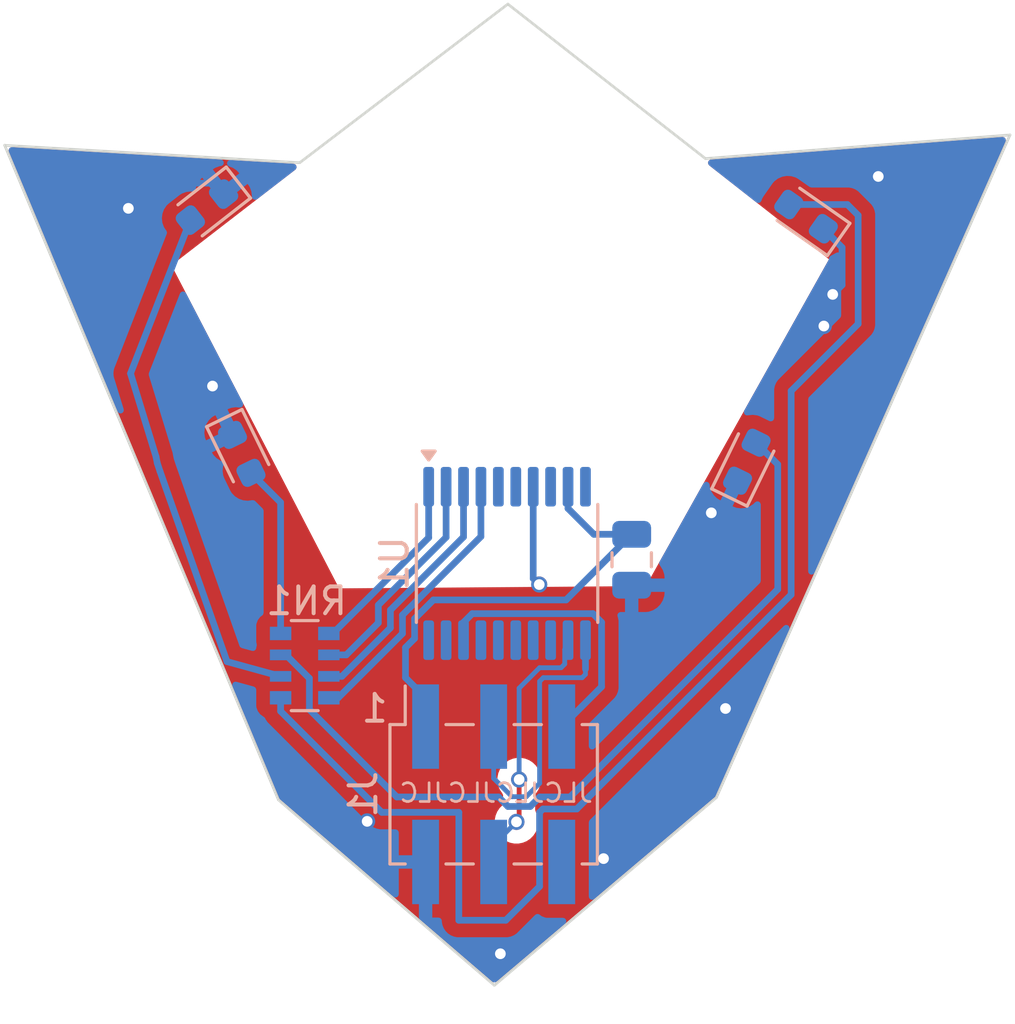
<source format=kicad_pcb>
(kicad_pcb (version 20241229) (generator "pcbnew") (generator_version "9.0")
  (layers (0 "F.Cu" signal) (2 "B.Cu" signal) (13 "F.Paste" user) (15 "B.Paste" user) (5 "F.SilkS" user) (7 "B.SilkS" user) (1 "F.Mask" user) (3 "B.Mask" user) (25 "Edge.Cuts" user))
  (net 0 "")
  (net 1 "VSS")
  (net 2 "Net-(D2-A)")
  (net 3 "Net-(D4-A)")
  (net 4 "Net-(D6-A)")
  (net 5 "Net-(D8-A)")
  (net 6 "VCC")
  (net 7 "SDA")
  (net 9 "SCL")
  (net 10 "SWIO")
  (net 11 "D")
  (net 12 "A")
  (net 13 "C")
  (net 14 "B")
  (footprint "LOGO" (layer "F.Cu") (at 147.2 107.8)
    (property "Reference" "G***" (hide yes))
    (property "Value" "LOGO" (hide yes))
  )
  (footprint "LOGO" (layer "F.Cu") (at 147.2 107.8)
    (property "Reference" "G***" (hide yes))
    (property "Value" "LOGO" (hide yes))
  )
  (footprint "LED_SMD:LED_0603_1608Metric" (layer "B.Cu") (at 137.1 105.9 -64)
    (property "Reference" "D2" (hide yes))
    (property "Value" "LED_Small")
    (fp_line (start -1.485 0.735) (end -1.485 -0.735) (stroke (width 0.12)) (layer "B.SilkS"))
    (fp_line (start 0.8 0.735) (end -1.485 0.735) (stroke (width 0.12)) (layer "B.SilkS"))
    (fp_line (start -1.485 -0.735) (end 0.8 -0.735001) (stroke (width 0.12)) (layer "B.SilkS"))
    (pad "1" smd roundrect (at -0.7875 0 296) (size 0.875 0.95) (layers "B.Cu" "B.Mask" "B.Paste") (net 1 "VSS"))
    (pad "2" smd roundrect (at 0.7875 0 296) (size 0.875 0.95) (layers "B.Cu" "B.Mask" "B.Paste") (net 2 "Net-(D2-A)"))
  )
  (footprint "LED_SMD:LED_0603_1608Metric" (layer "B.Cu") (at 135.80326 96.693805 -142)
    (property "Reference" "D4" (hide yes))
    (property "Value" "LED_Small")
    (fp_line (start 0.8 0.735) (end -1.485 0.735) (stroke (width 0.12)) (layer "B.SilkS"))
    (fp_line (start -1.485 0.735) (end -1.485 -0.735) (stroke (width 0.12)) (layer "B.SilkS"))
    (fp_line (start -1.485 -0.735) (end 0.8 -0.735) (stroke (width 0.12)) (layer "B.SilkS"))
    (pad "1" smd roundrect (at -0.787499 0 218) (size 0.875 0.95) (layers "B.Cu" "B.Mask" "B.Paste") (net 1 "VSS"))
    (pad "2" smd roundrect (at 0.787499 0 218) (size 0.875 0.95) (layers "B.Cu" "B.Mask" "B.Paste") (net 3 "Net-(D4-A)"))
  )
  (footprint "LED_SMD:LED_0603_1608Metric" (layer "B.Cu") (at 155.945217 106.1922 64)
    (property "Reference" "D6" (hide yes))
    (property "Value" "LED_Small")
    (fp_line (start -1.485 -0.735) (end 0.8 -0.735) (stroke (width 0.12)) (layer "B.SilkS"))
    (fp_line (start -1.485 0.735) (end -1.485 -0.735) (stroke (width 0.12)) (layer "B.SilkS"))
    (fp_line (start 0.8 0.735001) (end -1.485 0.735) (stroke (width 0.12)) (layer "B.SilkS"))
    (pad "1" smd roundrect (at -0.7875 0 64) (size 0.875 0.95) (layers "B.Cu" "B.Mask" "B.Paste") (net 1 "VSS"))
    (pad "2" smd roundrect (at 0.7875 0 64) (size 0.875 0.95) (layers "B.Cu" "B.Mask" "B.Paste") (net 4 "Net-(D6-A)"))
  )
  (footprint "LED_SMD:LED_0603_1608Metric" (layer "B.Cu") (at 158.154918 97.048309 145)
    (property "Reference" "D8" (hide yes))
    (property "Value" "LED_Small")
    (fp_line (start 0.8 0.735) (end -1.484999 0.735) (stroke (width 0.12)) (layer "B.SilkS"))
    (fp_line (start -1.485 -0.735) (end 0.8 -0.735) (stroke (width 0.12)) (layer "B.SilkS"))
    (fp_line (start -1.484999 0.735) (end -1.485 -0.735) (stroke (width 0.12)) (layer "B.SilkS"))
    (pad "1" smd roundrect (at -0.7875 0 145) (size 0.875 0.95) (layers "B.Cu" "B.Mask" "B.Paste") (net 1 "VSS"))
    (pad "2" smd roundrect (at 0.7875 0 145) (size 0.875 0.95) (layers "B.Cu" "B.Mask" "B.Paste") (net 5 "Net-(D8-A)"))
  )
  (footprint "Connector_PinHeader_2.54mm:PinHeader_2x03_P2.54mm_Vertical_SMD" (layer "B.Cu") (at 146.5 118.6 -90)
    (property "Reference" "J1" (at 0 4.87 90) (layer "B.SilkS") (effects (justify mirror)))
    (property "Value" "Conn_02x03_Odd_Even")
    (fp_line (start -2.6 3.87) (end 2.6 3.87) (stroke (width 0.12)) (layer "B.SilkS"))
    (fp_line (start -2.6 3.87) (end -2.6 3.3) (stroke (width 0.12)) (layer "B.SilkS"))
    (fp_line (start 2.6 3.87) (end 2.6 3.3) (stroke (width 0.12)) (layer "B.SilkS"))
    (fp_line (start -4.04 3.3) (end -2.6 3.3) (stroke (width 0.12)) (layer "B.SilkS"))
    (fp_line (start -2.6 1.78) (end -2.6 0.76) (stroke (width 0.12)) (layer "B.SilkS"))
    (fp_line (start 2.6 1.78) (end 2.6 0.76) (stroke (width 0.12)) (layer "B.SilkS"))
    (fp_line (start -2.6 -0.76) (end -2.6 -1.78) (stroke (width 0.12)) (layer "B.SilkS"))
    (fp_line (start 2.6 -0.76) (end 2.6 -1.78) (stroke (width 0.12)) (layer "B.SilkS"))
    (fp_line (start -2.6 -3.3) (end -2.6 -3.87) (stroke (width 0.12)) (layer "B.SilkS"))
    (fp_line (start 2.6 -3.3) (end 2.6 -3.87) (stroke (width 0.12)) (layer "B.SilkS"))
    (fp_line (start -2.6 -3.87) (end 2.6 -3.87) (stroke (width 0.12)) (layer "B.SilkS"))
    (pad "1" smd rect (at -2.525 2.54 270) (size 3.15 1) (layers "B.Cu" "B.Mask" "B.Paste") (net 6 "VCC"))
    (pad "2" smd rect (at 2.525 2.54 270) (size 3.15 1) (layers "B.Cu" "B.Mask" "B.Paste") (net 1 "VSS"))
    (pad "3" smd rect (at -2.525 0 270) (size 3.15 1) (layers "B.Cu" "B.Mask" "B.Paste") (net 7 "SDA"))
    (pad "4" smd rect (at 2.525 0 270) (size 3.15 1) (layers "B.Cu" "B.Mask" "B.Paste") (net 9 "SCL"))
    (pad "5" smd rect (at -2.525 -2.54 270) (size 3.15 1) (layers "B.Cu" "B.Mask" "B.Paste") (net 10 "SWIO"))
    (pad "6" smd rect (at 2.525 -2.54 270) (size 3.15 1) (layers "B.Cu" "B.Mask" "B.Paste"))
  )
  (footprint "Resistor_SMD:R_Array_Convex_4x0603" (layer "B.Cu") (at 139.45 113.8)
    (property "Reference" "RN1" (at 0.07 -2.41 0) (layer "B.SilkS") (effects (justify mirror)))
    (property "Value" "330")
    (fp_line (start 0.5 -1.68) (end -0.5 -1.68) (stroke (width 0.12)) (layer "B.SilkS"))
    (fp_line (start 0.5 1.68) (end -0.5 1.68) (stroke (width 0.12)) (layer "B.SilkS"))
    (pad "1" smd rect (at -0.9 1.2) (size 0.8 0.5) (layers "B.Cu" "B.Mask" "B.Paste") (net 5 "Net-(D8-A)"))
    (pad "2" smd rect (at -0.9 0.4) (size 0.8 0.4) (layers "B.Cu" "B.Mask" "B.Paste") (net 3 "Net-(D4-A)"))
    (pad "3" smd rect (at -0.9 -0.4) (size 0.8 0.4) (layers "B.Cu" "B.Mask" "B.Paste") (net 4 "Net-(D6-A)"))
    (pad "4" smd rect (at -0.9 -1.2) (size 0.8 0.5) (layers "B.Cu" "B.Mask" "B.Paste") (net 2 "Net-(D2-A)"))
    (pad "5" smd rect (at 0.9 -1.2) (size 0.8 0.5) (layers "B.Cu" "B.Mask" "B.Paste") (net 12 "A"))
    (pad "6" smd rect (at 0.9 -0.4) (size 0.8 0.4) (layers "B.Cu" "B.Mask" "B.Paste") (net 14 "B"))
    (pad "7" smd rect (at 0.9 0.4) (size 0.8 0.4) (layers "B.Cu" "B.Mask" "B.Paste") (net 13 "C"))
    (pad "8" smd rect (at 0.9 1.2) (size 0.8 0.5) (layers "B.Cu" "B.Mask" "B.Paste") (net 11 "D"))
  )
  (footprint "Package_SO:TSSOP-20_4.4x6.5mm_P0.65mm" (layer "B.Cu") (at 147 109.9875 -90)
    (property "Reference" "U1" (at 0 4.2 90) (layer "B.SilkS") (effects (justify mirror)))
    (property "Value" "CH32V003FxPx")
    (fp_line (start 0 3.385) (end -2.2 3.385) (stroke (width 0.12)) (layer "B.SilkS"))
    (fp_line (start 0 3.385) (end 2.2 3.385) (stroke (width 0.12)) (layer "B.SilkS"))
    (fp_line (start 0 -3.385) (end -2.2 -3.385) (stroke (width 0.12)) (layer "B.SilkS"))
    (fp_line (start 0 -3.385) (end 2.2 -3.385) (stroke (width 0.12)) (layer "B.SilkS"))
    (fp_poly (pts (xy -3.86 2.925) (xy -4.19 2.685) (xy -4.19 3.165)) (stroke (width 0.12)) (fill yes) (layer "B.SilkS"))
    (pad "1" smd roundrect (at -2.8625 2.925 270) (size 1.475 0.4) (layers "B.Cu" "B.Mask" "B.Paste") (net 12 "A"))
    (pad "2" smd roundrect (at -2.8625 2.275 270) (size 1.475 0.4) (layers "B.Cu" "B.Mask" "B.Paste") (net 14 "B"))
    (pad "3" smd roundrect (at -2.8625 1.625 270) (size 1.475 0.4) (layers "B.Cu" "B.Mask" "B.Paste") (net 13 "C"))
    (pad "4" smd roundrect (at -2.8625 0.975 270) (size 1.475 0.4) (layers "B.Cu" "B.Mask" "B.Paste") (net 11 "D"))
    (pad "5" smd roundrect (at -2.8625 0.325 270) (size 1.475 0.4) (layers "B.Cu" "B.Mask" "B.Paste"))
    (pad "6" smd roundrect (at -2.8625 -0.325 270) (size 1.475 0.4) (layers "B.Cu" "B.Mask" "B.Paste"))
    (pad "7" smd roundrect (at -2.8625 -0.975 270) (size 1.475 0.4) (layers "B.Cu" "B.Mask" "B.Paste") (net 1 "VSS"))
    (pad "8" smd roundrect (at -2.8625 -1.625 270) (size 1.475 0.4) (layers "B.Cu" "B.Mask" "B.Paste"))
    (pad "9" smd roundrect (at -2.8625 -2.275 270) (size 1.475 0.4) (layers "B.Cu" "B.Mask" "B.Paste") (net 6 "VCC"))
    (pad "10" smd roundrect (at -2.8625 -2.925 270) (size 1.475 0.4) (layers "B.Cu" "B.Mask" "B.Paste"))
    (pad "11" smd roundrect (at 2.8625 -2.925 270) (size 1.475 0.4) (layers "B.Cu" "B.Mask" "B.Paste") (net 7 "SDA"))
    (pad "12" smd roundrect (at 2.8625 -2.275 270) (size 1.475 0.4) (layers "B.Cu" "B.Mask" "B.Paste") (net 9 "SCL"))
    (pad "13" smd roundrect (at 2.8625 -1.625 270) (size 1.475 0.4) (layers "B.Cu" "B.Mask" "B.Paste"))
    (pad "14" smd roundrect (at 2.8625 -0.975 270) (size 1.475 0.4) (layers "B.Cu" "B.Mask" "B.Paste"))
    (pad "15" smd roundrect (at 2.8625 -0.325 270) (size 1.475 0.4) (layers "B.Cu" "B.Mask" "B.Paste"))
    (pad "16" smd roundrect (at 2.8625 0.325 270) (size 1.475 0.4) (layers "B.Cu" "B.Mask" "B.Paste"))
    (pad "17" smd roundrect (at 2.8625 0.975 270) (size 1.475 0.4) (layers "B.Cu" "B.Mask" "B.Paste"))
    (pad "18" smd roundrect (at 2.8625 1.625 270) (size 1.475 0.4) (layers "B.Cu" "B.Mask" "B.Paste") (net 10 "SWIO"))
    (pad "19" smd roundrect (at 2.8625 2.275 270) (size 1.475 0.4) (layers "B.Cu" "B.Mask" "B.Paste"))
    (pad "20" smd roundrect (at 2.8625 2.925 270) (size 1.475 0.4) (layers "B.Cu" "B.Mask" "B.Paste"))
  )
  (footprint "Capacitor_SMD:C_0805_2012Metric" (layer "B.Cu") (at 151.65 109.85 90)
    (property "Reference" "C1" (hide yes))
    (property "Value" "C_Small")
    (fp_line (start -0.261252 -0.735) (end 0.261252 -0.735) (stroke (width 0.12)) (layer "B.SilkS"))
    (fp_line (start -0.261252 0.735) (end 0.261252 0.735) (stroke (width 0.12)) (layer "B.SilkS"))
    (pad "1" smd roundrect (at -0.95 0 90) (size 1 1.45) (layers "B.Cu" "B.Mask" "B.Paste") (net 1 "VSS"))
    (pad "2" smd roundrect (at 0.95 0 90) (size 1 1.45) (layers "B.Cu" "B.Mask" "B.Paste") (net 6 "VCC"))
  )
  (gr_line (start 128.255898 94.38905) (end 138.467992 118.806155) (stroke (width 0.1)) (layer "Edge.Cuts"))
  (gr_line (start 165.76451 94.001565) (end 154.401492 94.883094) (stroke (width 0.1)) (layer "Edge.Cuts"))
  (gr_line (start 154.808352 118.72315) (end 165.76451 94.001565) (stroke (width 0.1)) (layer "Edge.Cuts"))
  (gr_line (start 128.255898 94.38905) (end 128.255898 94.38905) (stroke (width 0.1)) (layer "Edge.Cuts"))
  (gr_line (start 138.467992 118.806155) (end 146.525847 125.726951) (stroke (width 0.1)) (layer "Edge.Cuts"))
  (gr_line (start 147.029578 89.119246) (end 139.260491 95.038089) (stroke (width 0.1)) (layer "Edge.Cuts"))
  (gr_line (start 146.525847 125.726951) (end 154.808352 118.72315) (stroke (width 0.1)) (layer "Edge.Cuts"))
  (gr_line (start 139.260491 95.038089) (end 128.255898 94.38905) (stroke (width 0.1)) (layer "Edge.Cuts"))
  (gr_line (start 154.401492 94.883094) (end 147.029578 89.119246) (stroke (width 0.1)) (layer "Edge.Cuts"))
  (gr_text "1" (at 142.06 115.4 0) (layer "B.SilkS") (effects (font (size 1 1)) (justify mirror)))
  (gr_text "JLCJLCJLCJLC" (at 146.59 118.55 0) (layer "B.SilkS") (effects (font (size 0.7 0.7) (thickness 0.1)) (justify mirror)))
  (segment (start 148.2 110.775) (end 148.3 110.875) (width 0.25) (layer "F.Cu") (net 1))
  (segment (start 148.3 110.875) (end 148.3 111.5) (width 0.25) (layer "F.Cu") (net 1))
  (via (at 150.6 121) (size 0.6) (drill 0.4) (layers "F.Cu" "B.Cu") (net 1))
  (via (at 158.82 101.13) (size 0.6) (drill 0.4) (layers "F.Cu" "B.Cu") (net 1))
  (via (at 136.01 103.37) (size 0.6) (drill 0.4) (layers "F.Cu" "B.Cu") (net 1))
  (via (at 160.85 95.55) (size 0.6) (drill 0.4) (layers "F.Cu" "B.Cu") (net 1))
  (via (at 159.15 99.95) (size 0.6) (drill 0.4) (layers "F.Cu" "B.Cu") (net 1))
  (via (at 148.2 110.775) (size 0.6) (drill 0.4) (layers "F.Cu" "B.Cu") (net 1))
  (via (at 146.75 124.55) (size 0.6) (drill 0.4) (layers "F.Cu" "B.Cu") (net 1))
  (via (at 154.62 108.1) (size 0.6) (drill 0.4) (layers "F.Cu" "B.Cu") (net 1))
  (via (at 155.15 115.4) (size 0.6) (drill 0.4) (layers "F.Cu" "B.Cu") (net 1))
  (via (at 132.87 96.74) (size 0.6) (drill 0.4) (layers "F.Cu" "B.Cu") (net 1))
  (via (at 141.78 119.61) (size 0.6) (drill 0.4) (layers "F.Cu" "B.Cu") (net 1))
  (segment (start 147.975 107.125) (end 147.975 110.55) (width 0.25) (layer "B.Cu") (net 1))
  (segment (start 136.01471 95.799864) (end 135.099864 95.799864) (width 0.25) (layer "B.Cu") (net 1))
  (segment (start 135.099864 95.799864) (end 135 95.7) (width 0.25) (layer "B.Cu") (net 1))
  (segment (start 136.423818 96.208972) (end 136.01471 95.799864) (width 0.25) (layer "B.Cu") (net 1))
  (segment (start 159.5 99.6) (end 159.15 99.95) (width 0.25) (layer "B.Cu") (net 1))
  (segment (start 147.975 110.55) (end 148.2 110.775) (width 0.25) (layer "B.Cu") (net 1))
  (segment (start 158.8 97.5) (end 159.5 98.2) (width 0.25) (layer "B.Cu") (net 1))
  (segment (start 159.5 98.2) (end 159.5 99.6) (width 0.25) (layer "B.Cu") (net 1))
  (segment (start 138.55 107.712583) (end 137.445217 106.6078) (width 0.25) (layer "B.Cu") (net 2))
  (segment (start 138.55 112.6) (end 138.55 107.712583) (width 0.25) (layer "B.Cu") (net 2))
  (segment (start 134.05 106.55) (end 133.95 106.25) (width 0.25) (layer "B.Cu") (net 3))
  (segment (start 132.95 102.9) (end 135.182702 97.178638) (width 0.25) (layer "B.Cu") (net 3))
  (segment (start 138.55 114.2) (end 136.55 113.65) (width 0.25) (layer "B.Cu") (net 3))
  (segment (start 133.9 106) (end 132.95 102.9) (width 0.25) (layer "B.Cu") (net 3))
  (segment (start 136.55 113.65) (end 134.05 106.55) (width 0.25) (layer "B.Cu") (net 3))
  (segment (start 133.95 106.25) (end 133.9 106) (width 0.25) (layer "B.Cu") (net 3))
  (segment (start 147.033715 119.055) (end 147.866285 119.055) (width 0.25) (layer "B.Cu") (net 4))
  (segment (start 146.678715 118.7) (end 147.033715 119.055) (width 0.25) (layer "B.Cu") (net 4))
  (segment (start 138.55 113.4) (end 138.75 113.4) (width 0.25) (layer "B.Cu") (net 4))
  (segment (start 149.35 118.7) (end 157.1 110.95) (width 0.25) (layer "B.Cu") (net 4))
  (segment (start 142.886396 118.7) (end 146.678715 118.7) (width 0.25) (layer "B.Cu") (net 4))
  (segment (start 138.75 113.4) (end 139.624 114.274) (width 0.25) (layer "B.Cu") (net 4))
  (segment (start 147.866285 119.055) (end 148.221285 118.7) (width 0.25) (layer "B.Cu") (net 4))
  (segment (start 148.221285 118.7) (end 149.35 118.7) (width 0.25) (layer "B.Cu") (net 4))
  (segment (start 157.1 106.293966) (end 156.290434 105.4844) (width 0.25) (layer "B.Cu") (net 4))
  (segment (start 157.1 110.95) (end 157.1 106.293966) (width 0.25) (layer "B.Cu") (net 4))
  (segment (start 139.624 114.274) (end 139.624 115.437604) (width 0.25) (layer "B.Cu") (net 4))
  (segment (start 139.624 115.437604) (end 142.886396 118.7) (width 0.25) (layer "B.Cu") (net 4))
  (segment (start 145.2 119.274) (end 145.2 123.3) (width 0.25) (layer "B.Cu") (net 5))
  (segment (start 138.55 115) (end 138.55 115.5) (width 0.25) (layer "B.Cu") (net 5))
  (segment (start 160.1 101.05) (end 160.1 97) (width 0.25) (layer "B.Cu") (net 5))
  (segment (start 148.33697 119.15) (end 149.6 119.15) (width 0.25) (layer "B.Cu") (net 5))
  (segment (start 148.21297 122.03903) (end 148.21297 119.274) (width 0.25) (layer "B.Cu") (net 5))
  (segment (start 145.2 123.3) (end 146.952 123.3) (width 0.25) (layer "B.Cu") (net 5))
  (segment (start 157.6 103.55) (end 160.1 101.05) (width 0.25) (layer "B.Cu") (net 5))
  (segment (start 159.696618 96.596618) (end 157.509836 96.596618) (width 0.25) (layer "B.Cu") (net 5))
  (segment (start 157.6 111.15) (end 157.6 103.55) (width 0.25) (layer "B.Cu") (net 5))
  (segment (start 160.1 97) (end 159.696618 96.596618) (width 0.25) (layer "B.Cu") (net 5))
  (segment (start 148.21297 119.274) (end 148.33697 119.15) (width 0.25) (layer "B.Cu") (net 5))
  (segment (start 149.6 119.15) (end 157.6 111.15) (width 0.25) (layer "B.Cu") (net 5))
  (segment (start 146.952 123.3) (end 148.21297 122.03903) (width 0.25) (layer "B.Cu") (net 5))
  (segment (start 138.55 115.5) (end 142.324 119.274) (width 0.25) (layer "B.Cu") (net 5))
  (segment (start 142.324 119.274) (end 145.2 119.274) (width 0.25) (layer "B.Cu") (net 5))
  (segment (start 143.549 112.051) (end 144.25 111.35) (width 0.25) (layer "B.Cu") (net 6))
  (segment (start 143.96 116.075) (end 143.96 115) (width 0.25) (layer "B.Cu") (net 6))
  (segment (start 143.96 115) (end 143.21 114.25) (width 0.25) (layer "B.Cu") (net 6))
  (segment (start 151.65 108.9) (end 150.237501 108.9) (width 0.25) (layer "B.Cu") (net 6))
  (segment (start 150.237501 108.9) (end 149.275 107.937499) (width 0.25) (layer "B.Cu") (net 6))
  (segment (start 143.21 113.126396) (end 143.549 112.787396) (width 0.25) (layer "B.Cu") (net 6))
  (segment (start 149.2 111.35) (end 151.65 108.9) (width 0.25) (layer "B.Cu") (net 6))
  (segment (start 143.21 114.25) (end 143.21 113.126396) (width 0.25) (layer "B.Cu") (net 6))
  (segment (start 143.549 112.787396) (end 143.549 112.051) (width 0.25) (layer "B.Cu") (net 6))
  (segment (start 149.275 107.937499) (end 149.275 107.2) (width 0.25) (layer "B.Cu") (net 6))
  (segment (start 144.25 111.35) (end 149.2 111.35) (width 0.25) (layer "B.Cu") (net 6))
  (segment (start 149.925 112.925) (end 149.925 113.925) (width 0.25) (layer "B.Cu") (net 7))
  (segment (start 148.3535 114.25) (end 149.8 114.25) (width 0.18) (layer "B.Cu") (net 7))
  (segment (start 148.214 114.3895) (end 148.3535 114.25) (width 0.18) (layer "B.Cu") (net 7))
  (segment (start 148.214 118.191097) (end 148.214 114.3895) (width 0.18) (layer "B.Cu") (net 7))
  (segment (start 149.8 114.25) (end 149.925 114.125) (width 0.18) (layer "B.Cu") (net 7))
  (segment (start 147.715097 118.69) (end 148.214 118.191097) (width 0.18) (layer "B.Cu") (net 7))
  (segment (start 146.5 116.075) (end 146.5 118.005097) (width 0.18) (layer "B.Cu") (net 7))
  (segment (start 147.184903 118.69) (end 147.715097 118.69) (width 0.18) (layer "B.Cu") (net 7))
  (segment (start 149.925 114.125) (end 149.925 113.925) (width 0.18) (layer "B.Cu") (net 7))
  (segment (start 146.5 118.005097) (end 147.184903 118.69) (width 0.18) (layer "B.Cu") (net 7))
  (segment (start 147.45 119.53) (end 147.35 119.63) (width 0.18) (layer "F.Cu") (net 9))
  (segment (start 147.45 118.05) (end 147.45 119.53) (width 0.18) (layer "F.Cu") (net 9))
  (via (at 147.45 118.05) (size 0.6) (drill 0.4) (layers "F.Cu" "B.Cu") (net 9))
  (via (at 147.35 119.63) (size 0.6) (drill 0.4) (layers "F.Cu" "B.Cu") (net 9))
  (segment (start 149.151 113.199) (end 149.151 113.741726) (width 0.18) (layer "B.Cu") (net 9))
  (segment (start 149.014226 113.8785) (end 148.21281 113.8785) (width 0.18) (layer "B.Cu") (net 9))
  (segment (start 149.275 113.075) (end 149.151 113.199) (width 0.18) (layer "B.Cu") (net 9))
  (segment (start 148.21281 113.8785) (end 147.45 114.64131) (width 0.18) (layer "B.Cu") (net 9))
  (segment (start 146.5 120.48) (end 146.5 121.125) (width 0.18) (layer "B.Cu") (net 9))
  (segment (start 147.45 114.64131) (end 147.45 118.05) (width 0.18) (layer "B.Cu") (net 9))
  (segment (start 147.35 119.63) (end 146.5 120.48) (width 0.18) (layer "B.Cu") (net 9))
  (segment (start 149.275 112.925) (end 149.275 113.075) (width 0.18) (layer "B.Cu") (net 9))
  (segment (start 149.151 113.741726) (end 149.014226 113.8785) (width 0.18) (layer "B.Cu") (net 9))
  (segment (start 150.526 112.183274) (end 150.526 114.589) (width 0.25) (layer "B.Cu") (net 10))
  (segment (start 150.204226 111.8615) (end 150.526 112.183274) (width 0.25) (layer "B.Cu") (net 10))
  (segment (start 145.375 112.187501) (end 145.701001 111.8615) (width 0.25) (layer "B.Cu") (net 10))
  (segment (start 145.375 112.925) (end 145.375 112.187501) (width 0.25) (layer "B.Cu") (net 10))
  (segment (start 150.526 114.589) (end 149.04 116.075) (width 0.25) (layer "B.Cu") (net 10))
  (segment (start 145.701001 111.8615) (end 150.204226 111.8615) (width 0.25) (layer "B.Cu") (net 10))
  (segment (start 146.025 108.984188) (end 146.025 107.2) (width 0.25) (layer "B.Cu") (net 11))
  (segment (start 140.35 115) (end 140.7 115) (width 0.25) (layer "B.Cu") (net 11))
  (segment (start 140.7 115) (end 143.097 112.603) (width 0.25) (layer "B.Cu") (net 11))
  (segment (start 143.097 111.912188) (end 146.025 108.984188) (width 0.25) (layer "B.Cu") (net 11))
  (segment (start 143.097 112.603) (end 143.097 111.912188) (width 0.25) (layer "B.Cu") (net 11))
  (segment (start 144.075 107.2) (end 144.075 109.025) (width 0.25) (layer "B.Cu") (net 12))
  (segment (start 140.5 112.6) (end 140.35 112.6) (width 0.25) (layer "B.Cu") (net 12))
  (segment (start 144.075 109.025) (end 140.5 112.6) (width 0.25) (layer "B.Cu") (net 12))
  (segment (start 145.375 108.997792) (end 145.375 107.2) (width 0.25) (layer "B.Cu") (net 13))
  (segment (start 140.83781 114.2) (end 142.647 112.39081) (width 0.25) (layer "B.Cu") (net 13))
  (segment (start 140.35 114.2) (end 140.83781 114.2) (width 0.25) (layer "B.Cu") (net 13))
  (segment (start 142.647 112.39081) (end 142.647 111.725792) (width 0.25) (layer "B.Cu") (net 13))
  (segment (start 142.647 111.725792) (end 145.375 108.997792) (width 0.25) (layer "B.Cu") (net 13))
  (segment (start 142.196999 112.203001) (end 142.197 111.539396) (width 0.25) (layer "B.Cu") (net 14))
  (segment (start 141 113.4) (end 142.196999 112.203001) (width 0.25) (layer "B.Cu") (net 14))
  (segment (start 142.197 111.539396) (end 144.725 109.011396) (width 0.25) (layer "B.Cu") (net 14))
  (segment (start 144.725 109.011396) (end 144.725 107.2) (width 0.25) (layer "B.Cu") (net 14))
  (segment (start 140.35 113.4) (end 141 113.4) (width 0.25) (layer "B.Cu") (net 14))
  (zone (net 1) (net_name "VSS") (layers "F.Cu" "B.Cu") (priority 1) (connect_pads (clearance 0.508)) (min_thickness 0.25) (fill yes (thermal_gap 0.5) (thermal_bridge_width 0.5))
    (polygon (pts (xy 139.534487 94.96107) (xy 128.080281 94.268835) (xy 138.378035 118.908122) (xy 146.58055 125.887889) (xy 154.925833 118.843589) (xy 165.96122 93.884159) (xy 154.123426 94.808796) (xy 159.011 98.640491) (xy 152.18009 110.833069) (xy 140.735226 110.917907) (xy 134.478833 98.86413)))
  )
)
</source>
